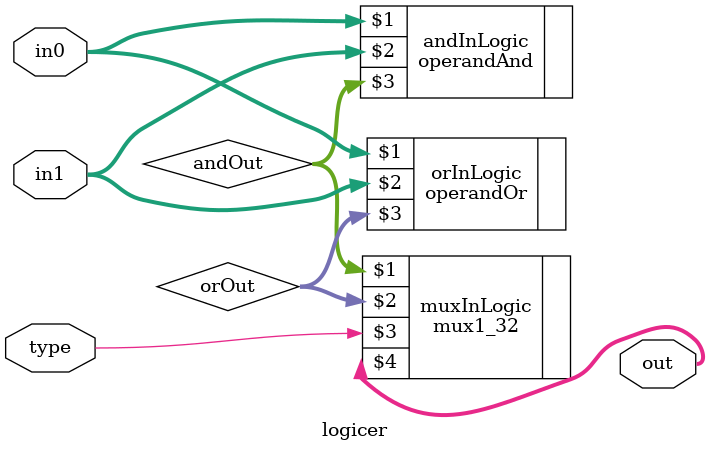
<source format=v>
module logicer(input [31:0] in0,
					input [31:0] in1,
					input type,
					output [31:0] out);
					
	wire [31:0] andOut, orOut;

	operandAnd andInLogic(in0, in1, andOut);
	operandOr orInLogic(in0, in1, orOut);
	
	mux1_32 muxInLogic(andOut, orOut, type, out);
					
endmodule
</source>
